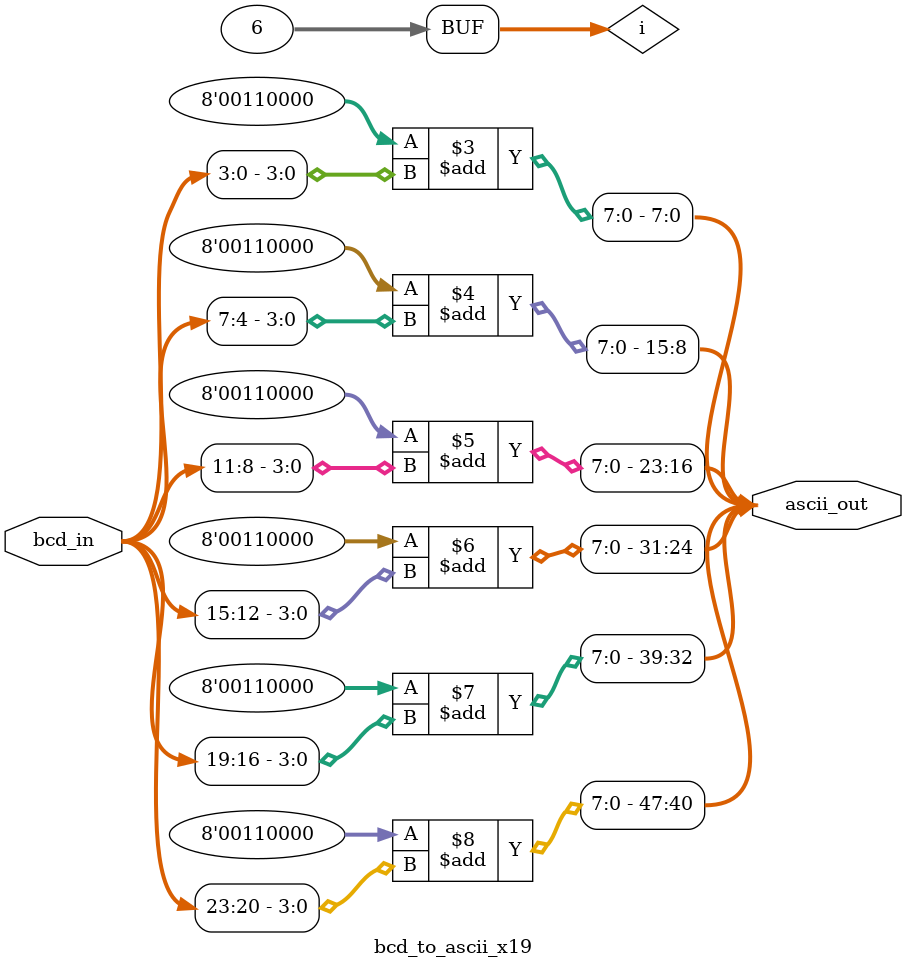
<source format=v>
module bcd_to_ascii_x19 #(
    localparam BCD_DIGITS = 6
)(
    input [4*BCD_DIGITS-1:0] bcd_in,   // Input BCD digits
    output reg [8*BCD_DIGITS-1:0] ascii_out // Output ASCII characters
);
    integer i;

    // Local parameter for the ASCII offset for digits ('0' = 8'h30)
    localparam ASCII_OFFSET = 8'h30;  

    always @(*) begin
        // Initialize ascii_out to avoid uninitialized bits
        ascii_out = 0;
        for (i = 0; i < BCD_DIGITS; i = i + 1) begin
            // Extract each 4-bit BCD digit and convert to ASCII
            ascii_out[8*i +: 8] = ASCII_OFFSET + bcd_in[4*i +: 4];
        end
    end

endmodule

</source>
